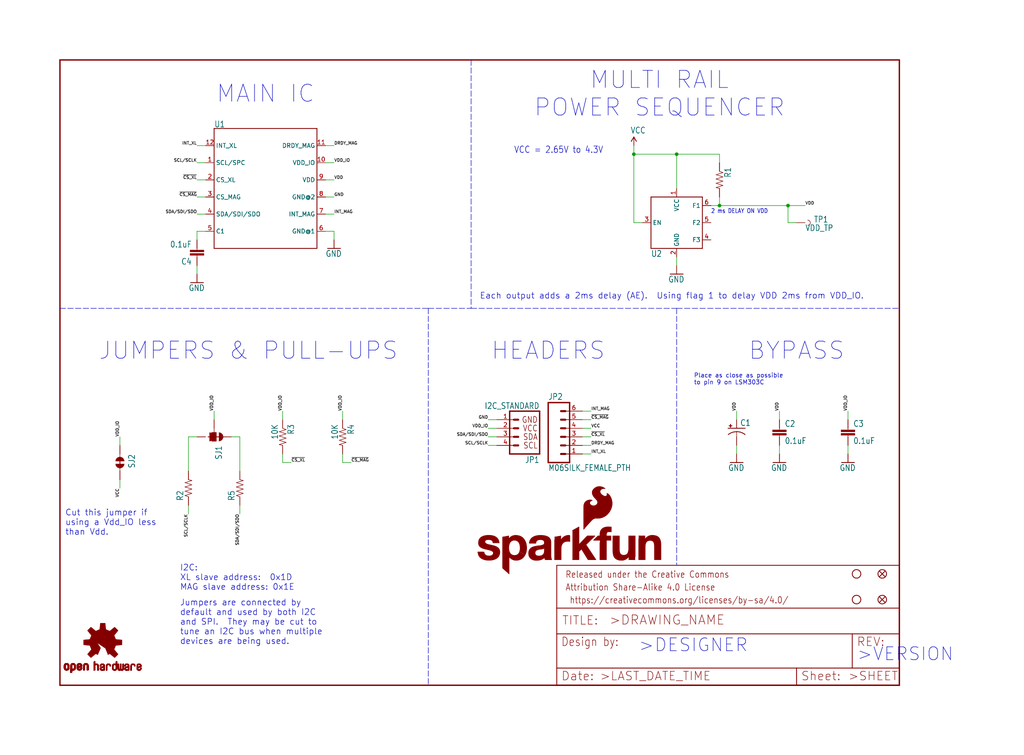
<source format=kicad_sch>
(kicad_sch (version 20211123) (generator eeschema)
  (paper "User" 303.657 223.926)
  (lib_symbols
    (symbol "eagleSchem-eagle-import:0.1UF-25V(+80{slash}-20%)(0603)"
      (property "Reference" "C" (at 1.524 2.921 0))
      (property "Value" "0.1UF-25V(+80{slash}-20%)(0603)" (at 1.524 -2.159 0))
      (symbol "0.1UF-25V(+80{slash}-20%)(0603)_1_0"
        (pin passive line (at 0 5.08 270) (length 2.54) (name "1") (number "1"))
        (pin passive line (at 0 -2.54 90) (length 2.54) (name "2") (number "2"))
      )
    )
    (symbol "eagleSchem-eagle-import:10KOHM-1{slash}10W-1%(0603)0603"
      (property "Reference" "R" (at -3.81 1.4986 0))
      (property "Value" "10KOHM-1{slash}10W-1%(0603)0603" (at -3.81 -3.302 0))
      (symbol "10KOHM-1{slash}10W-1%(0603)0603_1_0"
        (pin passive line (at -5.08 0 0) (length 2.54) (name "1") (number "1"))
        (pin passive line (at 5.08 0 180) (length 2.54) (name "2") (number "2"))
      )
    )
    (symbol "eagleSchem-eagle-import:4.7KOHM-1{slash}10W-1%(0603)"
      (property "Reference" "R" (at -3.81 1.4986 0))
      (property "Value" "4.7KOHM-1{slash}10W-1%(0603)" (at -3.81 -3.302 0))
      (symbol "4.7KOHM-1{slash}10W-1%(0603)_1_0"
        (pin passive line (at -5.08 0 0) (length 2.54) (name "1") (number "1"))
        (pin passive line (at 5.08 0 180) (length 2.54) (name "2") (number "2"))
      )
    )
    (symbol "eagleSchem-eagle-import:CAP_POL1206"
      (property "Reference" "C" (at 1.016 0.635 0))
      (property "Value" "CAP_POL1206" (at 1.016 -4.191 0))
      (symbol "CAP_POL1206_1_0"
        (pin passive line (at 0 2.54 270) (length 2.54) (name "+") (number "A"))
        (pin passive line (at 0 -5.08 90) (length 2.54) (name "-") (number "C"))
      )
    )
    (symbol "eagleSchem-eagle-import:FIDUCIAL1X2")
    (symbol "eagleSchem-eagle-import:FRAME-LETTER"
      (symbol "FRAME-LETTER_2_0"
        (text " https://creativecommons.org/licenses/by-sa/4.0/" (at 2.54 24.13 0) (effects (font (size 1.9304 1.6408)) (justify left bottom)))
        (text ">DRAWING_NAME" (at 15.494 17.78 0) (effects (font (size 2.7432 2.7432)) (justify left bottom)))
        (text ">LAST_DATE_TIME" (at 12.7 1.27 0) (effects (font (size 2.54 2.54)) (justify left bottom)))
        (text ">SHEET" (at 86.36 1.27 0) (effects (font (size 2.54 2.54)) (justify left bottom)))
        (text "Attribution Share-Alike 4.0 License" (at 2.54 27.94 0) (effects (font (size 1.9304 1.6408)) (justify left bottom)))
        (text "Date:" (at 1.27 1.27 0) (effects (font (size 2.54 2.54)) (justify left bottom)))
        (text "Design by:" (at 1.27 11.43 0) (effects (font (size 2.54 2.159)) (justify left bottom)))
        (text "Released under the Creative Commons" (at 2.54 31.75 0) (effects (font (size 1.9304 1.6408)) (justify left bottom)))
        (text "REV:" (at 88.9 11.43 0) (effects (font (size 2.54 2.54)) (justify left bottom)))
        (text "Sheet:" (at 72.39 1.27 0) (effects (font (size 2.54 2.54)) (justify left bottom)))
        (text "TITLE:" (at 1.524 17.78 0) (effects (font (size 2.54 2.54)) (justify left bottom)))
      )
    )
    (symbol "eagleSchem-eagle-import:GND" (power)
      (property "Value" "GND" (at -2.54 -2.54 0))
      (symbol "GND_1_0"
        (pin power_in line (at 0 2.54 270) (length 2.54) (name "GND") (number "1"))
      )
    )
    (symbol "eagleSchem-eagle-import:I2C_STANDARD"
      (property "Reference" "JP" (at -2.54 13.462 0))
      (property "Value" "I2C_STANDARD" (at -2.54 -2.54 0))
      (symbol "I2C_STANDARD_1_0"
        (text "GND" (at -2.032 2.54 0) (effects (font (size 1.778 1.5113)) (justify left)))
        (text "SCL" (at -2.032 10.16 0) (effects (font (size 1.778 1.5113)) (justify left)))
        (text "SDA" (at -2.032 7.62 0) (effects (font (size 1.778 1.5113)) (justify left)))
        (text "VCC" (at -2.032 5.08 0) (effects (font (size 1.778 1.5113)) (justify left)))
        (pin passive line (at 10.16 2.54 180) (length 5.08) (name "1") (number "1"))
        (pin passive line (at 10.16 5.08 180) (length 5.08) (name "2") (number "2"))
        (pin passive line (at 10.16 7.62 180) (length 5.08) (name "3") (number "3"))
        (pin passive line (at 10.16 10.16 180) (length 5.08) (name "4") (number "4"))
      )
    )
    (symbol "eagleSchem-eagle-import:JUMPER-PAD-2-NC_BY_TRACE"
      (property "Reference" "SJ" (at -2.54 2.54 0))
      (property "Value" "JUMPER-PAD-2-NC_BY_TRACE" (at -2.54 -5.08 0))
      (symbol "JUMPER-PAD-2-NC_BY_TRACE_1_0"
        (pin passive line (at -5.08 0 0) (length 2.54) (name "1") (number "1"))
        (pin passive line (at 5.08 0 180) (length 2.54) (name "2") (number "2"))
      )
    )
    (symbol "eagleSchem-eagle-import:JUMPER-PAD-3-NC_BY_TRACE"
      (property "Reference" "SJ" (at 2.54 0.381 0))
      (property "Value" "JUMPER-PAD-3-NC_BY_TRACE" (at 2.54 -1.905 0))
      (symbol "JUMPER-PAD-3-NC_BY_TRACE_1_0"
        (pin passive line (at 0 5.08 270) (length 2.54) (name "1") (number "1"))
        (pin passive line (at -5.08 0 0) (length 2.54) (name "2") (number "2"))
        (pin passive line (at 0 -5.08 90) (length 2.54) (name "3") (number "3"))
      )
    )
    (symbol "eagleSchem-eagle-import:LM3880{slash}-QI"
      (property "Reference" "U" (at -7.62 -10.16 0))
      (property "Value" "LM3880{slash}-QI" (at -7.62 7.62 0))
      (symbol "LM3880{slash}-QI_1_0"
        (pin bidirectional line (at 0 10.16 270) (length 2.54) (name "VCC") (number "1"))
        (pin bidirectional line (at 0 -10.16 90) (length 2.54) (name "GND") (number "2"))
        (pin bidirectional line (at -10.16 0 0) (length 2.54) (name "EN") (number "3"))
        (pin bidirectional line (at 10.16 -5.08 180) (length 2.54) (name "F3") (number "4"))
        (pin bidirectional line (at 10.16 0 180) (length 2.54) (name "F2") (number "5"))
        (pin bidirectional line (at 10.16 5.08 180) (length 2.54) (name "F1") (number "6"))
      )
    )
    (symbol "eagleSchem-eagle-import:LSM303C"
      (property "Reference" "U" (at -15.24 19.05 0))
      (property "Value" "LSM303C" (at -15.24 -19.05 0))
      (symbol "LSM303C_1_0"
        (pin bidirectional line (at -17.78 7.62 0) (length 2.54) (name "SCL/SPC") (number "1"))
        (pin bidirectional line (at 17.78 7.62 180) (length 2.54) (name "VDD_IO") (number "10"))
        (pin bidirectional line (at 17.78 12.7 180) (length 2.54) (name "DRDY_MAG") (number "11"))
        (pin bidirectional line (at -17.78 12.7 0) (length 2.54) (name "INT_XL") (number "12"))
        (pin bidirectional line (at -17.78 2.54 0) (length 2.54) (name "CS_XL") (number "2"))
        (pin bidirectional line (at -17.78 -2.54 0) (length 2.54) (name "CS_MAG") (number "3"))
        (pin bidirectional line (at -17.78 -7.62 0) (length 2.54) (name "SDA/SDI/SDO") (number "4"))
        (pin bidirectional line (at -17.78 -12.7 0) (length 2.54) (name "C1") (number "5"))
        (pin bidirectional line (at 17.78 -12.7 180) (length 2.54) (name "GND@1") (number "6"))
        (pin bidirectional line (at 17.78 -7.62 180) (length 2.54) (name "INT_MAG") (number "7"))
        (pin bidirectional line (at 17.78 -2.54 180) (length 2.54) (name "GND@2") (number "8"))
        (pin bidirectional line (at 17.78 2.54 180) (length 2.54) (name "VDD") (number "9"))
      )
    )
    (symbol "eagleSchem-eagle-import:M06SILK_FEMALE_PTH"
      (property "Reference" "JP" (at -5.08 10.922 0))
      (property "Value" "M06SILK_FEMALE_PTH" (at -5.08 -10.16 0))
      (symbol "M06SILK_FEMALE_PTH_1_0"
        (pin passive line (at 5.08 -5.08 180) (length 5.08) (name "1") (number "1"))
        (pin passive line (at 5.08 -2.54 180) (length 5.08) (name "2") (number "2"))
        (pin passive line (at 5.08 0 180) (length 5.08) (name "3") (number "3"))
        (pin passive line (at 5.08 2.54 180) (length 5.08) (name "4") (number "4"))
        (pin passive line (at 5.08 5.08 180) (length 5.08) (name "5") (number "5"))
        (pin passive line (at 5.08 7.62 180) (length 5.08) (name "6") (number "6"))
      )
    )
    (symbol "eagleSchem-eagle-import:OSHW-LOGOS")
    (symbol "eagleSchem-eagle-import:RESISTOR0603-RES"
      (property "Reference" "R" (at -3.81 1.4986 0))
      (property "Value" "RESISTOR0603-RES" (at -3.81 -3.302 0))
      (symbol "RESISTOR0603-RES_1_0"
        (pin passive line (at -5.08 0 0) (length 2.54) (name "1") (number "1"))
        (pin passive line (at 5.08 0 180) (length 2.54) (name "2") (number "2"))
      )
    )
    (symbol "eagleSchem-eagle-import:SFE_LOGO_FLAME.1EXP")
    (symbol "eagleSchem-eagle-import:SFE_LOGO_NAME.1_INCH")
    (symbol "eagleSchem-eagle-import:STAND-OFF")
    (symbol "eagleSchem-eagle-import:TEST-POINTTP_15TH_THRU"
      (property "Reference" "TP" (at -2.54 2.54 0))
      (property "Value" "TEST-POINTTP_15TH_THRU" (at -2.54 -2.54 0))
      (symbol "TEST-POINTTP_15TH_THRU_1_0"
        (pin bidirectional line (at 0 0 180) (length 0) (name "1") (number "P$1"))
      )
    )
    (symbol "eagleSchem-eagle-import:VCC" (power)
      (property "Value" "VCC" (at -1.016 3.556 0))
      (symbol "VCC_1_0"
        (pin power_in line (at 0 0 90) (length 2.54) (name "VCC") (number "1"))
      )
    )
  )
  (junction (at 233.68 60.96))
  (junction (at 187.96 45.72))
  (junction (at 213.36 60.96))
  (junction (at 200.66 45.72))
  (wire (pts (xy 233.68 60.96) (xy 213.36 60.96)))
  (wire (pts (xy 172.72 132.08) (xy 175.26 132.08)))
  (wire (pts (xy 58.42 68.58) (xy 58.42 71.12)))
  (wire (pts (xy 58.42 129.54) (xy 55.88 129.54)))
  (wire (pts (xy 60.96 43.18) (xy 58.42 43.18)))
  (wire (pts (xy 213.36 60.96) (xy 210.82 60.96)))
  (wire (pts (xy 251.46 121.92) (xy 251.46 124.46)))
  (polyline (pts (xy 127 91.44) (xy 127 203.2)))
  (wire (pts (xy 172.72 129.54) (xy 175.26 129.54)))
  (wire (pts (xy 231.14 121.92) (xy 231.14 124.46)))
  (wire (pts (xy 83.82 137.16) (xy 83.82 134.62)))
  (wire (pts (xy 71.12 129.54) (xy 71.12 139.7)))
  (polyline (pts (xy 139.7 17.78) (xy 139.7 91.44)))
  (wire (pts (xy 101.6 137.16) (xy 101.6 134.62)))
  (wire (pts (xy 236.22 66.04) (xy 233.68 66.04)))
  (wire (pts (xy 96.52 63.5) (xy 99.06 63.5)))
  (wire (pts (xy 99.06 53.34) (xy 96.52 53.34)))
  (wire (pts (xy 55.88 129.54) (xy 55.88 139.7)))
  (wire (pts (xy 213.36 48.26) (xy 213.36 45.72)))
  (wire (pts (xy 99.06 68.58) (xy 99.06 71.12)))
  (wire (pts (xy 60.96 53.34) (xy 58.42 53.34)))
  (wire (pts (xy 96.52 43.18) (xy 99.06 43.18)))
  (wire (pts (xy 233.68 66.04) (xy 233.68 60.96)))
  (wire (pts (xy 231.14 134.62) (xy 231.14 132.08)))
  (wire (pts (xy 63.5 124.46) (xy 63.5 121.92)))
  (wire (pts (xy 60.96 48.26) (xy 58.42 48.26)))
  (wire (pts (xy 213.36 60.96) (xy 213.36 58.42)))
  (wire (pts (xy 35.56 144.78) (xy 35.56 142.24)))
  (wire (pts (xy 96.52 68.58) (xy 99.06 68.58)))
  (polyline (pts (xy 127 91.44) (xy 139.7 91.44)))
  (wire (pts (xy 218.44 124.46) (xy 218.44 121.92)))
  (wire (pts (xy 96.52 58.42) (xy 99.06 58.42)))
  (wire (pts (xy 83.82 121.92) (xy 83.82 124.46)))
  (wire (pts (xy 68.58 129.54) (xy 71.12 129.54)))
  (wire (pts (xy 172.72 121.92) (xy 175.26 121.92)))
  (polyline (pts (xy 200.66 91.44) (xy 266.7 91.44)))
  (wire (pts (xy 35.56 132.08) (xy 35.56 129.54)))
  (wire (pts (xy 101.6 124.46) (xy 101.6 121.92)))
  (wire (pts (xy 218.44 134.62) (xy 218.44 132.08)))
  (wire (pts (xy 58.42 81.28) (xy 58.42 78.74)))
  (polyline (pts (xy 200.66 91.44) (xy 200.66 167.64)))
  (wire (pts (xy 200.66 78.74) (xy 200.66 76.2)))
  (wire (pts (xy 147.32 129.54) (xy 144.78 129.54)))
  (wire (pts (xy 60.96 68.58) (xy 58.42 68.58)))
  (wire (pts (xy 187.96 45.72) (xy 187.96 66.04)))
  (wire (pts (xy 71.12 152.4) (xy 71.12 149.86)))
  (wire (pts (xy 251.46 134.62) (xy 251.46 132.08)))
  (wire (pts (xy 172.72 134.62) (xy 175.26 134.62)))
  (wire (pts (xy 101.6 137.16) (xy 104.14 137.16)))
  (wire (pts (xy 60.96 63.5) (xy 58.42 63.5)))
  (wire (pts (xy 200.66 45.72) (xy 213.36 45.72)))
  (wire (pts (xy 187.96 66.04) (xy 190.5 66.04)))
  (wire (pts (xy 86.36 137.16) (xy 83.82 137.16)))
  (wire (pts (xy 147.32 132.08) (xy 144.78 132.08)))
  (wire (pts (xy 147.32 127) (xy 144.78 127)))
  (wire (pts (xy 200.66 45.72) (xy 200.66 55.88)))
  (wire (pts (xy 60.96 58.42) (xy 58.42 58.42)))
  (polyline (pts (xy 139.7 91.44) (xy 200.66 91.44)))
  (wire (pts (xy 172.72 124.46) (xy 175.26 124.46)))
  (polyline (pts (xy 17.78 91.44) (xy 127 91.44)))
  (wire (pts (xy 55.88 152.4) (xy 55.88 149.86)))
  (wire (pts (xy 238.76 60.96) (xy 233.68 60.96)))
  (wire (pts (xy 96.52 48.26) (xy 99.06 48.26)))
  (wire (pts (xy 172.72 127) (xy 175.26 127)))
  (wire (pts (xy 147.32 124.46) (xy 144.78 124.46)))
  (wire (pts (xy 187.96 45.72) (xy 187.96 43.18)))
  (wire (pts (xy 187.96 45.72) (xy 200.66 45.72)))
  (text "2 ms DELAY ON VDD" (at 210.82 63.5 180) (effects (font (size 1.27 1.0795)) (justify left bottom)))
  (text "BYPASS" (at 236.22 104.14 180) (effects (font (size 5.08 5.08))))
  (text "Jumpers are connected by\ndefault and used by both I2C\nand SPI.  They may be cut to\ntune an I2C bus when multiple\ndevices are being used." (at 53.34 177.8 0) (effects (font (size 1.778 1.778)) (justify left top)))
  (text ">DESIGNER" (at 189.23 189.23 180) (effects (font (size 3.81 3.81)) (justify left top)))
  (text "HEADERS" (at 162.56 104.14 180) (effects (font (size 5.08 5.08))))
  (text "I2C:\nXL slave address:  0x1D\nMAG slave address: 0x1E" (at 53.34 175.26 0) (effects (font (size 1.778 1.778)) (justify left bottom)))
  (text ">VERSION" (at 254 196.342 180) (effects (font (size 3.81 3.81)) (justify left bottom)))
  (text "MAIN IC" (at 78.74 27.94 180) (effects (font (size 5.08 5.08))))
  (text "VCC = 2.65V to 4.3V" (at 152.4 45.72 180) (effects (font (size 1.9304 1.6408)) (justify left bottom)))
  (text "JUMPERS & PULL-UPS" (at 73.66 104.14 180) (effects (font (size 5.08 5.08))))
  (text "Each output adds a 2ms delay (AE).  Using flag 1 to delay VDD 2ms from VDD_IO." (at 142.24 88.9 0) (effects (font (size 1.778 1.778)) (justify left bottom)))
  (text "Place as close as possible\nto pin 9 on LSM303C" (at 205.74 114.3 180) (effects (font (size 1.27 1.27)) (justify left bottom)))
  (text "MULTI RAIL\nPOWER SEQUENCER" (at 195.58 27.94 180) (effects (font (size 5.08 5.08))))
  (text "Cut this jumper if\nusing a Vdd_IO less\nthan Vdd." (at 19.304 151.13 180) (effects (font (size 1.778 1.778)) (justify left top)))
  (label "SDA/SDI/SDO" (at 144.78 129.54 180) (effects (font (size 0.889 0.889))))
  (label "~{CS_XL}" (at 86.36 137.16 0) (effects (font (size 0.889 0.889))))
  (label "VDD_IO" (at 83.82 121.92 90) (effects (font (size 0.889 0.889))))
  (label "SCL/SCLK" (at 58.42 48.26 180) (effects (font (size 0.889 0.889))))
  (label "GND" (at 144.78 124.46 180) (effects (font (size 0.889 0.889))))
  (label "SDA/SDI/SDO" (at 58.42 63.5 180) (effects (font (size 0.889 0.889))))
  (label "SDA/SDI/SDO" (at 71.12 152.4 270) (effects (font (size 0.889 0.889))))
  (label "VDD_IO" (at 101.6 121.92 90) (effects (font (size 0.889 0.889))))
  (label "VDD_IO" (at 35.56 129.54 90) (effects (font (size 0.889 0.889))))
  (label "~{CS_MAG}" (at 175.26 124.46 0) (effects (font (size 0.889 0.889))))
  (label "SCL/SCLK" (at 144.78 132.08 180) (effects (font (size 0.889 0.889))))
  (label "VDD_IO" (at 63.5 121.92 90) (effects (font (size 0.889 0.889))))
  (label "~{CS_XL}" (at 175.26 129.54 0) (effects (font (size 0.889 0.889))))
  (label "GND" (at 99.06 58.42 0) (effects (font (size 0.889 0.889))))
  (label "VDD_IO" (at 99.06 48.26 0) (effects (font (size 0.889 0.889))))
  (label "INT_MAG" (at 99.06 63.5 0) (effects (font (size 0.889 0.889))))
  (label "~{CS_XL}" (at 58.42 53.34 180) (effects (font (size 0.889 0.889))))
  (label "INT_XL" (at 58.42 43.18 180) (effects (font (size 0.889 0.889))))
  (label "VDD" (at 231.14 121.92 90) (effects (font (size 0.889 0.889))))
  (label "DRDY_MAG" (at 99.06 43.18 0) (effects (font (size 0.889 0.889))))
  (label "DRDY_MAG" (at 175.26 132.08 0) (effects (font (size 0.889 0.889))))
  (label "VDD" (at 218.44 121.92 90) (effects (font (size 0.889 0.889))))
  (label "VDD_IO" (at 144.78 127 180) (effects (font (size 0.889 0.889))))
  (label "VDD_IO" (at 251.46 121.92 90) (effects (font (size 0.889 0.889))))
  (label "INT_MAG" (at 175.26 121.92 0) (effects (font (size 0.889 0.889))))
  (label "~{CS_MAG}" (at 104.14 137.16 0) (effects (font (size 0.889 0.889))))
  (label "~{CS_MAG}" (at 58.42 58.42 180) (effects (font (size 0.889 0.889))))
  (label "INT_XL" (at 175.26 134.62 0) (effects (font (size 0.889 0.889))))
  (label "VDD" (at 99.06 53.34 0) (effects (font (size 0.889 0.889))))
  (label "VCC" (at 35.56 144.78 270) (effects (font (size 0.889 0.889))))
  (label "VDD" (at 238.76 60.96 0) (effects (font (size 0.889 0.889))))
  (label "SCL/SCLK" (at 55.88 152.4 270) (effects (font (size 0.889 0.889))))
  (label "VCC" (at 175.26 127 0) (effects (font (size 0.889 0.889))))
  (symbol (lib_id "eagleSchem-eagle-import:0.1UF-25V(+80{slash}-20%)(0603)") (at 251.46 129.54 0) (unit 1)
    (property "Reference" "C3" (at 252.984 126.619 0) (effects (font (size 1.778 1.5113)) (justify left bottom)))
    (property "Value" "0.1uF" (at 252.984 131.699 0) (effects (font (size 1.778 1.5113)) (justify left bottom)))
    (property "Footprint" "eagleSchem:0603-CAP" (effects hide))
  )
  (symbol (lib_id "eagleSchem-eagle-import:M06SILK_FEMALE_PTH") (at 167.64 129.54 0) (unit 1)
    (property "Reference" "JP2" (at 162.56 118.618 0) (effects (font (size 1.778 1.5113)) (justify left bottom)))
    (property "Value" "M06SILK_FEMALE_PTH" (at 162.56 139.7 0) (effects (font (size 1.778 1.5113)) (justify left bottom)))
    (property "Footprint" "eagleSchem:1X06" (effects hide))
  )
  (symbol (lib_id "eagleSchem-eagle-import:SFE_LOGO_FLAME.1EXP") (at 172.72 157.48 0) (unit 1)
    (property "Reference" "LOGO2" (effects hide))
    (property "Value" "SFE_LOGO_FLAME.1EXP" (effects hide))
    (property "Footprint" "eagleSchem:SFE_LOGO_FLAME_COPPER_EXPOSED_.1" (effects hide))
  )
  (symbol (lib_id "eagleSchem-eagle-import:STAND-OFF") (at 254 170.18 0) (unit 1)
    (property "Reference" "STANDOFF2" (effects hide))
    (property "Value" "STAND-OFF" (effects hide))
    (property "Footprint" "eagleSchem:STAND-OFF" (effects hide))
  )
  (symbol (lib_id "eagleSchem-eagle-import:OSHW-LOGOS") (at 30.48 190.5 0) (unit 1)
    (property "Reference" "U$8" (effects hide))
    (property "Value" "OSHW-LOGOS" (effects hide))
    (property "Footprint" "eagleSchem:OSHW-LOGO-S" (effects hide))
  )
  (symbol (lib_id "eagleSchem-eagle-import:FIDUCIAL1X2") (at 261.62 177.8 0) (unit 1)
    (property "Reference" "FID2" (effects hide))
    (property "Value" "FIDUCIAL1X2" (effects hide))
    (property "Footprint" "eagleSchem:FIDUCIAL-1X2" (effects hide))
  )
  (symbol (lib_id "eagleSchem-eagle-import:JUMPER-PAD-3-NC_BY_TRACE") (at 63.5 129.54 270) (unit 1)
    (property "Reference" "SJ1" (at 63.881 132.08 0) (effects (font (size 1.778 1.5113)) (justify left bottom)))
    (property "Value" "JUMPER-PAD-3-NC_BY_TRACE" (effects hide))
    (property "Footprint" "eagleSchem:PAD-JUMPER-3-3OF3_NC_BY_TRACE_YES_SILK_FULL_BOX" (effects hide))
  )
  (symbol (lib_id "eagleSchem-eagle-import:SFE_LOGO_NAME.1_INCH") (at 139.7 170.18 0) (unit 1)
    (property "Reference" "LOGO1" (effects hide))
    (property "Value" "SFE_LOGO_NAME.1_INCH" (effects hide))
    (property "Footprint" "eagleSchem:SFE_LOGO_NAME_.1" (effects hide))
  )
  (symbol (lib_id "eagleSchem-eagle-import:FIDUCIAL1X2") (at 261.62 170.18 0) (unit 1)
    (property "Reference" "FID1" (effects hide))
    (property "Value" "FIDUCIAL1X2" (effects hide))
    (property "Footprint" "eagleSchem:FIDUCIAL-1X2" (effects hide))
  )
  (symbol (lib_id "eagleSchem-eagle-import:RESISTOR0603-RES") (at 213.36 53.34 270) (unit 1)
    (property "Reference" "R1" (at 214.8586 49.53 0) (effects (font (size 1.778 1.5113)) (justify left bottom)))
    (property "Value" "68" (at 210.058 49.53 0) (effects (font (size 1.778 1.5113)) (justify left bottom)))
    (property "Footprint" "eagleSchem:0603-RES" (effects hide))
    (property "Value" "68" (effects hide))
  )
  (symbol (lib_id "eagleSchem-eagle-import:VCC") (at 187.96 43.18 0) (unit 1)
    (property "Reference" "#SUPPLY2" (effects hide))
    (property "Value" "VCC" (at 186.944 39.624 0) (effects (font (size 1.778 1.5113)) (justify left bottom)))
    (property "Footprint" "eagleSchem:" (effects hide))
  )
  (symbol (lib_id "eagleSchem-eagle-import:0.1UF-25V(+80{slash}-20%)(0603)") (at 231.14 129.54 0) (unit 1)
    (property "Reference" "C2" (at 232.664 126.619 0) (effects (font (size 1.778 1.5113)) (justify left bottom)))
    (property "Value" "0.1uF" (at 232.664 131.699 0) (effects (font (size 1.778 1.5113)) (justify left bottom)))
    (property "Footprint" "eagleSchem:0603-CAP" (effects hide))
  )
  (symbol (lib_id "eagleSchem-eagle-import:TEST-POINTTP_15TH_THRU") (at 236.22 66.04 0) (unit 1)
    (property "Reference" "TP1" (at 241.3 66.04 0) (effects (font (size 1.778 1.5113)) (justify left bottom)))
    (property "Value" "VDD_TP" (at 238.76 68.58 0) (effects (font (size 1.778 1.5113)) (justify left bottom)))
    (property "Footprint" "eagleSchem:TP_15TH" (effects hide))
  )
  (symbol (lib_id "eagleSchem-eagle-import:FRAME-LETTER") (at 165.1 203.2 0) (unit 2)
    (property "Reference" "FRAME1" (effects hide))
    (property "Value" "FRAME-LETTER" (effects hide))
    (property "Footprint" "eagleSchem:CREATIVE_COMMONS" (effects hide))
  )
  (symbol (lib_id "eagleSchem-eagle-import:10KOHM-1{slash}10W-1%(0603)0603") (at 83.82 129.54 270) (unit 1)
    (property "Reference" "R3" (at 85.3186 125.73 0) (effects (font (size 1.778 1.5113)) (justify left bottom)))
    (property "Value" "10K" (at 80.518 125.73 0) (effects (font (size 1.778 1.5113)) (justify left bottom)))
    (property "Footprint" "eagleSchem:0603-RES" (effects hide))
  )
  (symbol (lib_id "eagleSchem-eagle-import:0.1UF-25V(+80{slash}-20%)(0603)") (at 58.42 73.66 180) (unit 1)
    (property "Reference" "C4" (at 56.896 76.581 0) (effects (font (size 1.778 1.5113)) (justify left bottom)))
    (property "Value" "0.1uF" (at 56.896 71.501 0) (effects (font (size 1.778 1.5113)) (justify left bottom)))
    (property "Footprint" "eagleSchem:0603-CAP" (effects hide))
  )
  (symbol (lib_id "eagleSchem-eagle-import:JUMPER-PAD-2-NC_BY_TRACE") (at 35.56 137.16 270) (unit 1)
    (property "Reference" "SJ2" (at 38.1 134.62 0) (effects (font (size 1.778 1.5113)) (justify left bottom)))
    (property "Value" "JUMPER-PAD-2-NC_BY_TRACE" (effects hide))
    (property "Footprint" "eagleSchem:PAD-JUMPER-2-NC_BY_TRACE_YES_SILK" (effects hide))
  )
  (symbol (lib_id "eagleSchem-eagle-import:LSM303C") (at 78.74 55.88 0) (unit 1)
    (property "Reference" "U1" (at 63.5 36.83 0) (effects (font (size 1.778 1.5113)) (justify left)))
    (property "Value" "LSM303C" (at 63.5 74.93 0) (effects (font (size 1.778 1.5113)) (justify left)))
    (property "Footprint" "eagleSchem:LGA-12" (effects hide))
    (property "Value" "LSM303C" (effects hide))
  )
  (symbol (lib_id "eagleSchem-eagle-import:4.7KOHM-1{slash}10W-1%(0603)") (at 55.88 144.78 90) (unit 1)
    (property "Reference" "R2" (at 54.3814 148.59 0) (effects (font (size 1.778 1.5113)) (justify left bottom)))
    (property "Value" "4.7K" (at 59.182 148.59 0) (effects (font (size 1.778 1.5113)) (justify left bottom)))
    (property "Footprint" "eagleSchem:0603-RES" (effects hide))
    (property "Value" "4.7K" (effects hide))
  )
  (symbol (lib_id "eagleSchem-eagle-import:10KOHM-1{slash}10W-1%(0603)0603") (at 101.6 129.54 270) (unit 1)
    (property "Reference" "R4" (at 103.0986 125.73 0) (effects (font (size 1.778 1.5113)) (justify left bottom)))
    (property "Value" "10K" (at 98.298 125.73 0) (effects (font (size 1.778 1.5113)) (justify left bottom)))
    (property "Footprint" "eagleSchem:0603-RES" (effects hide))
  )
  (symbol (lib_id "eagleSchem-eagle-import:GND") (at 231.14 137.16 0) (unit 1)
    (property "Reference" "#GND3" (effects hide))
    (property "Value" "GND" (at 228.6 139.7 0) (effects (font (size 1.778 1.5113)) (justify left bottom)))
    (property "Footprint" "eagleSchem:" (effects hide))
  )
  (symbol (lib_id "eagleSchem-eagle-import:GND") (at 58.42 83.82 0) (unit 1)
    (property "Reference" "#GND15" (effects hide))
    (property "Value" "GND" (at 55.88 86.36 0) (effects (font (size 1.778 1.5113)) (justify left bottom)))
    (property "Footprint" "eagleSchem:" (effects hide))
  )
  (symbol (lib_id "eagleSchem-eagle-import:GND") (at 200.66 81.28 0) (unit 1)
    (property "Reference" "#GND14" (effects hide))
    (property "Value" "GND" (at 198.12 83.82 0) (effects (font (size 1.778 1.5113)) (justify left bottom)))
    (property "Footprint" "eagleSchem:" (effects hide))
  )
  (symbol (lib_id "eagleSchem-eagle-import:I2C_STANDARD") (at 157.48 121.92 180) (unit 1)
    (property "Reference" "JP1" (at 160.02 135.382 0) (effects (font (size 1.778 1.5113)) (justify left bottom)))
    (property "Value" "I2C_STANDARD" (at 160.02 119.38 0) (effects (font (size 1.778 1.5113)) (justify left bottom)))
    (property "Footprint" "eagleSchem:1X04" (effects hide))
  )
  (symbol (lib_id "eagleSchem-eagle-import:GND") (at 251.46 137.16 0) (unit 1)
    (property "Reference" "#GND16" (effects hide))
    (property "Value" "GND" (at 248.92 139.7 0) (effects (font (size 1.778 1.5113)) (justify left bottom)))
    (property "Footprint" "eagleSchem:" (effects hide))
  )
  (symbol (lib_id "eagleSchem-eagle-import:FRAME-LETTER") (at 17.78 203.2 0) (unit 1)
    (property "Reference" "FRAME1" (effects hide))
    (property "Value" "FRAME-LETTER" (effects hide))
    (property "Footprint" "eagleSchem:CREATIVE_COMMONS" (effects hide))
  )
  (symbol (lib_id "eagleSchem-eagle-import:LM3880{slash}-QI") (at 200.66 66.04 0) (unit 1)
    (property "Reference" "U2" (at 193.04 76.2 0) (effects (font (size 1.778 1.5113)) (justify left bottom)))
    (property "Value" "LM3880" (at 205.74 76.2 0) (effects (font (size 1.778 1.5113)) (justify left bottom)))
    (property "Footprint" "eagleSchem:SOT23-6" (effects hide))
    (property "Value" "LM3880" (effects hide))
  )
  (symbol (lib_id "eagleSchem-eagle-import:STAND-OFF") (at 254 177.8 0) (unit 1)
    (property "Reference" "STANDOFF1" (effects hide))
    (property "Value" "STAND-OFF" (effects hide))
    (property "Footprint" "eagleSchem:STAND-OFF" (effects hide))
  )
  (symbol (lib_id "eagleSchem-eagle-import:GND") (at 218.44 137.16 0) (unit 1)
    (property "Reference" "#GND2" (effects hide))
    (property "Value" "GND" (at 215.9 139.7 0) (effects (font (size 1.778 1.5113)) (justify left bottom)))
    (property "Footprint" "eagleSchem:" (effects hide))
  )
  (symbol (lib_id "eagleSchem-eagle-import:4.7KOHM-1{slash}10W-1%(0603)") (at 71.12 144.78 90) (unit 1)
    (property "Reference" "R5" (at 69.6214 148.59 0) (effects (font (size 1.778 1.5113)) (justify left bottom)))
    (property "Value" "4.7K" (at 74.422 148.59 0) (effects (font (size 1.778 1.5113)) (justify left bottom)))
    (property "Footprint" "eagleSchem:0603-RES" (effects hide))
    (property "Value" "4.7K" (effects hide))
  )
  (symbol (lib_id "eagleSchem-eagle-import:GND") (at 99.06 73.66 0) (unit 1)
    (property "Reference" "#GND13" (effects hide))
    (property "Value" "GND" (at 96.52 76.2 0) (effects (font (size 1.778 1.5113)) (justify left bottom)))
    (property "Footprint" "eagleSchem:" (effects hide))
  )
  (symbol (lib_id "eagleSchem-eagle-import:CAP_POL1206") (at 218.44 127 0) (unit 1)
    (property "Reference" "C1" (at 219.456 126.365 0) (effects (font (size 1.778 1.5113)) (justify left bottom)))
    (property "Value" "10uF" (at 219.456 131.191 0) (effects (font (size 1.778 1.5113)) (justify left bottom)))
    (property "Footprint" "eagleSchem:EIA3216" (effects hide))
    (property "Value" "10uF" (effects hide))
  )
)
</source>
